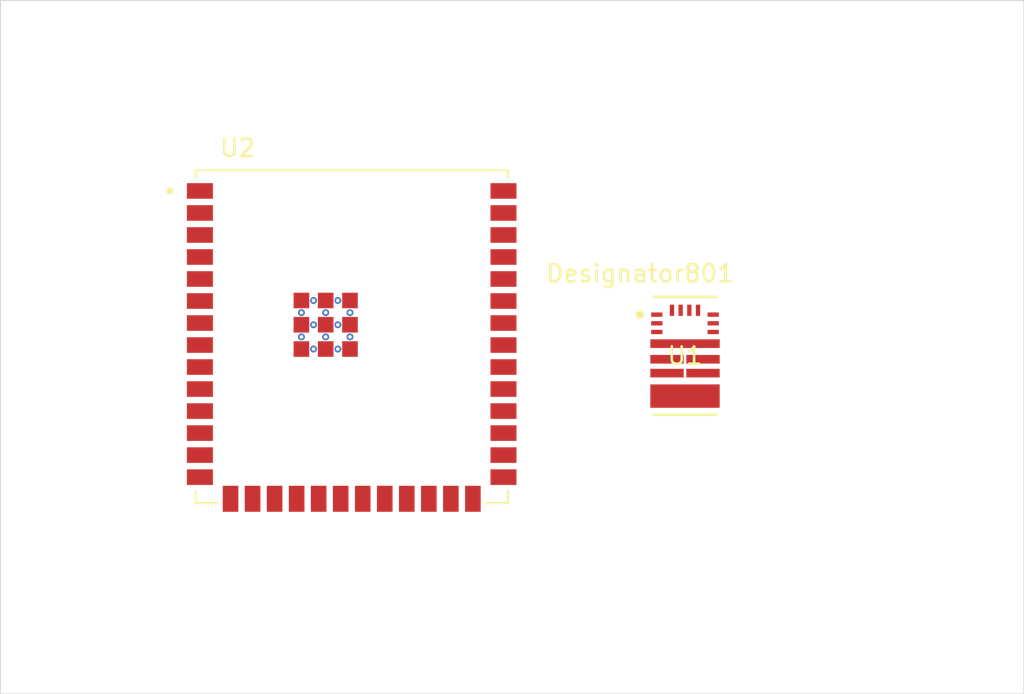
<source format=kicad_pcb>
(kicad_pcb (version 20241229) (generator "pcbnew") (generator_version "9.0")
  (layers (0 "F.Cu" signal) (2 "B.Cu" signal) (13 "F.Paste" user) (15 "B.Paste" user) (5 "F.SilkS" user "F.Silkscreen") (7 "B.SilkS" user "B.Silkscreen") (1 "F.Mask" user) (3 "B.Mask" user) (25 "Edge.Cuts" user))
  (net 0 "")
  (footprint "DRV8245H-Q1:RXZ0016A-MFG" (layer "F.Cu") (at 103.462499 80.999999)
    (property "Reference" "U1" (at 0 0 0) (layer "F.SilkS"))
    (property "Value" "DRV8245HQRXZRQ1")
    (fp_line (start -1.799999 -3.400001) (end 1.799999 -3.400001) (stroke (width 0.15)) (layer "F.SilkS"))
    (fp_line (start -1.799999 3.400001) (end 1.799999 3.400001) (stroke (width 0.15)) (layer "F.SilkS"))
    (fp_circle (center -2.6 -2.374999) (end -2.474999 -2.374999) (stroke (width 0.25)) (fill no) (layer "F.SilkS"))
    (fp_text user "Designator801" (at -2.5908 -4.7498 0) (layer "F.SilkS"))
    (pad "1" smd rect (at -1.625001 -2.374999 90) (size 0.249999 0.650001) (layers "F.Cu" "F.Mask" "F.Paste"))
    (pad "2" smd rect (at -1.625001 -1.875 90) (size 0.249999 0.650001) (layers "F.Cu" "F.Mask" "F.Paste"))
    (pad "3" smd rect (at -1.625001 -1.375001 90) (size 0.249999 0.650001) (layers "F.Cu" "F.Mask" "F.Paste"))
    (pad "4" smd rect (at 0 -0.700001) (size 4 0.499999) (layers "F.Cu"))
    (pad "5" smd rect (at -1.037501 0.2) (size 1.925 0.499999) (layers "F.Cu"))
    (pad "6" smd rect (at -1.037501 1.000001) (size 1.925 0.499999) (layers "F.Cu"))
    (pad "7" smd rect (at 0 2.324999) (size 4 1.35) (layers "F.Cu"))
    (pad "8" smd rect (at 1.037501 1.000001) (size 1.925 0.499999) (layers "F.Cu"))
    (pad "9" smd rect (at 1.037501 0.2) (size 1.925 0.499999) (layers "F.Cu"))
    (pad "10" smd rect (at 1.625001 -1.375001 90) (size 0.249999 0.650001) (layers "F.Cu" "F.Mask" "F.Paste"))
    (pad "11" smd rect (at 1.625001 -1.875 90) (size 0.249999 0.650001) (layers "F.Cu" "F.Mask" "F.Paste"))
    (pad "12" smd rect (at 1.625001 -2.374999 90) (size 0.249999 0.650001) (layers "F.Cu" "F.Mask" "F.Paste"))
    (pad "13" smd rect (at 0.750001 -2.625001) (size 0.249999 0.650001) (layers "F.Cu" "F.Mask" "F.Paste"))
    (pad "14" smd rect (at 0.25 -2.625001) (size 0.249999 0.650001) (layers "F.Cu" "F.Mask" "F.Paste"))
    (pad "15" smd rect (at -0.25 -2.625001) (size 0.249999 0.650001) (layers "F.Cu" "F.Mask" "F.Paste"))
    (pad "16" smd rect (at -0.750001 -2.625001) (size 0.249999 0.650001) (layers "F.Cu" "F.Mask" "F.Paste"))
  )
  (footprint "ESP32-S3-WROOM-N16R8:XCVR_ESP32-S3-WROOM-1U-N16R8" (layer "F.Cu") (at 84.25 79.9)
    (property "Reference" "U2" (at -6.575 -10.885 0) (layer "F.SilkS"))
    (property "Value" "ESP32-S3-WROOM-1U-N16R8")
    (fp_line (start -9 -9.6) (end 9 -9.6) (stroke (width 0.127)) (layer "F.SilkS"))
    (fp_line (start -9 -9.18) (end -9 -9.6) (stroke (width 0.127)) (layer "F.SilkS"))
    (fp_line (start -9 9.6) (end -9 8.87) (stroke (width 0.127)) (layer "F.SilkS"))
    (fp_line (start -7.755 9.6) (end -9 9.6) (stroke (width 0.127)) (layer "F.SilkS"))
    (fp_line (start 9 -9.6) (end 9 -9.18) (stroke (width 0.127)) (layer "F.SilkS"))
    (fp_line (start 9 9.6) (end 7.755 9.6) (stroke (width 0.127)) (layer "F.SilkS"))
    (fp_line (start 9 9.6) (end 9 8.87) (stroke (width 0.127)) (layer "F.SilkS"))
    (fp_circle (center -10.5 -8.41) (end -10.4 -8.41) (stroke (width 0.2)) (fill no) (layer "F.SilkS"))
    (pad "1" smd rect (at -8.75 -8.41) (size 1.5 0.9) (layers "F.Cu" "F.Mask" "F.Paste"))
    (pad "2" smd rect (at -8.75 -7.14) (size 1.5 0.9) (layers "F.Cu" "F.Mask" "F.Paste"))
    (pad "3" smd rect (at -8.75 -5.87) (size 1.5 0.9) (layers "F.Cu" "F.Mask" "F.Paste"))
    (pad "4" smd rect (at -8.75 -4.6) (size 1.5 0.9) (layers "F.Cu" "F.Mask" "F.Paste"))
    (pad "5" smd rect (at -8.75 -3.33) (size 1.5 0.9) (layers "F.Cu" "F.Mask" "F.Paste"))
    (pad "6" smd rect (at -8.75 -2.06) (size 1.5 0.9) (layers "F.Cu" "F.Mask" "F.Paste"))
    (pad "7" smd rect (at -8.75 -0.79) (size 1.5 0.9) (layers "F.Cu" "F.Mask" "F.Paste"))
    (pad "8" smd rect (at -8.75 0.48) (size 1.5 0.9) (layers "F.Cu" "F.Mask" "F.Paste"))
    (pad "9" smd rect (at -8.75 1.75) (size 1.5 0.9) (layers "F.Cu" "F.Mask" "F.Paste"))
    (pad "10" smd rect (at -8.75 3.02) (size 1.5 0.9) (layers "F.Cu" "F.Mask" "F.Paste"))
    (pad "11" smd rect (at -8.75 4.29) (size 1.5 0.9) (layers "F.Cu" "F.Mask" "F.Paste"))
    (pad "12" smd rect (at -8.75 5.56) (size 1.5 0.9) (layers "F.Cu" "F.Mask" "F.Paste"))
    (pad "13" smd rect (at -8.75 6.83) (size 1.5 0.9) (layers "F.Cu" "F.Mask" "F.Paste"))
    (pad "14" smd rect (at -8.75 8.1) (size 1.5 0.9) (layers "F.Cu" "F.Mask" "F.Paste"))
    (pad "15" smd rect (at -6.985 9.35) (size 0.9 1.5) (layers "F.Cu" "F.Mask" "F.Paste"))
    (pad "16" smd rect (at -5.715 9.35) (size 0.9 1.5) (layers "F.Cu" "F.Mask" "F.Paste"))
    (pad "17" smd rect (at -4.445 9.35) (size 0.9 1.5) (layers "F.Cu" "F.Mask" "F.Paste"))
    (pad "18" smd rect (at -3.175 9.35) (size 0.9 1.5) (layers "F.Cu" "F.Mask" "F.Paste"))
    (pad "19" smd rect (at -1.905 9.35) (size 0.9 1.5) (layers "F.Cu" "F.Mask" "F.Paste"))
    (pad "20" smd rect (at -0.635 9.35) (size 0.9 1.5) (layers "F.Cu" "F.Mask" "F.Paste"))
    (pad "21" smd rect (at 0.635 9.35) (size 0.9 1.5) (layers "F.Cu" "F.Mask" "F.Paste"))
    (pad "22" smd rect (at 1.905 9.35) (size 0.9 1.5) (layers "F.Cu" "F.Mask" "F.Paste"))
    (pad "23" smd rect (at 3.175 9.35) (size 0.9 1.5) (layers "F.Cu" "F.Mask" "F.Paste"))
    (pad "24" smd rect (at 4.445 9.35) (size 0.9 1.5) (layers "F.Cu" "F.Mask" "F.Paste"))
    (pad "25" smd rect (at 5.715 9.35) (size 0.9 1.5) (layers "F.Cu" "F.Mask" "F.Paste"))
    (pad "26" smd rect (at 6.985 9.35) (size 0.9 1.5) (layers "F.Cu" "F.Mask" "F.Paste"))
    (pad "27" smd rect (at 8.75 8.1) (size 1.5 0.9) (layers "F.Cu" "F.Mask" "F.Paste"))
    (pad "28" smd rect (at 8.75 6.83) (size 1.5 0.9) (layers "F.Cu" "F.Mask" "F.Paste"))
    (pad "29" smd rect (at 8.75 5.56) (size 1.5 0.9) (layers "F.Cu" "F.Mask" "F.Paste"))
    (pad "30" smd rect (at 8.75 4.29) (size 1.5 0.9) (layers "F.Cu" "F.Mask" "F.Paste"))
    (pad "31" smd rect (at 8.75 3.02) (size 1.5 0.9) (layers "F.Cu" "F.Mask" "F.Paste"))
    (pad "32" smd rect (at 8.75 1.75) (size 1.5 0.9) (layers "F.Cu" "F.Mask" "F.Paste"))
    (pad "33" smd rect (at 8.75 0.48) (size 1.5 0.9) (layers "F.Cu" "F.Mask" "F.Paste"))
    (pad "34" smd rect (at 8.75 -0.79) (size 1.5 0.9) (layers "F.Cu" "F.Mask" "F.Paste"))
    (pad "35" smd rect (at 8.75 -2.06) (size 1.5 0.9) (layers "F.Cu" "F.Mask" "F.Paste"))
    (pad "36" smd rect (at 8.75 -3.33) (size 1.5 0.9) (layers "F.Cu" "F.Mask" "F.Paste"))
    (pad "37" smd rect (at 8.75 -4.6) (size 1.5 0.9) (layers "F.Cu" "F.Mask" "F.Paste"))
    (pad "38" smd rect (at 8.75 -5.87) (size 1.5 0.9) (layers "F.Cu" "F.Mask" "F.Paste"))
    (pad "39" smd rect (at 8.75 -7.14) (size 1.5 0.9) (layers "F.Cu" "F.Mask" "F.Paste"))
    (pad "40" smd rect (at 8.75 -8.41) (size 1.5 0.9) (layers "F.Cu" "F.Mask" "F.Paste"))
    (pad "41_1" smd rect (at -2.9 -2.09) (size 0.9 0.9) (layers "F.Cu" "F.Mask" "F.Paste"))
    (pad "41_2" smd rect (at -1.5 -2.09) (size 0.9 0.9) (layers "F.Cu" "F.Mask" "F.Paste"))
    (pad "41_3" smd rect (at -0.1 -2.09) (size 0.9 0.9) (layers "F.Cu" "F.Mask" "F.Paste"))
    (pad "41_4" smd rect (at -2.9 -0.69) (size 0.9 0.9) (layers "F.Cu" "F.Mask" "F.Paste"))
    (pad "41_5" smd rect (at -1.5 -0.69) (size 0.9 0.9) (layers "F.Cu" "F.Mask" "F.Paste"))
    (pad "41_6" smd rect (at -0.1 -0.69) (size 0.9 0.9) (layers "F.Cu" "F.Mask" "F.Paste"))
    (pad "41_7" smd rect (at -2.9 0.71) (size 0.9 0.9) (layers "F.Cu" "F.Mask" "F.Paste"))
    (pad "41_8" smd rect (at -1.5 0.71) (size 0.9 0.9) (layers "F.Cu" "F.Mask" "F.Paste"))
    (pad "41_9" smd rect (at -0.1 0.71) (size 0.9 0.9) (layers "F.Cu" "F.Mask" "F.Paste"))
    (pad "41_10" thru_hole circle (at -2.2 -2.09) (size 0.4 0.4) (drill 0.2) (layers "*.Cu"))
    (pad "41_11" thru_hole circle (at -0.8 -2.09) (size 0.4 0.4) (drill 0.2) (layers "*.Cu"))
    (pad "41_12" thru_hole circle (at -2.9 -1.39) (size 0.4 0.4) (drill 0.2) (layers "*.Cu"))
    (pad "41_13" thru_hole circle (at -1.5 -1.39) (size 0.4 0.4) (drill 0.2) (layers "*.Cu"))
    (pad "41_14" thru_hole circle (at -0.1 -1.39) (size 0.4 0.4) (drill 0.2) (layers "*.Cu"))
    (pad "41_15" thru_hole circle (at -2.2 -0.69) (size 0.4 0.4) (drill 0.2) (layers "*.Cu"))
    (pad "41_16" thru_hole circle (at -0.8 -0.69) (size 0.4 0.4) (drill 0.2) (layers "*.Cu"))
    (pad "41_17" thru_hole circle (at -2.9 0.01) (size 0.4 0.4) (drill 0.2) (layers "*.Cu"))
    (pad "41_18" thru_hole circle (at -1.5 0.01) (size 0.4 0.4) (drill 0.2) (layers "*.Cu"))
    (pad "41_19" thru_hole circle (at -0.1 0.01) (size 0.4 0.4) (drill 0.2) (layers "*.Cu"))
    (pad "41_20" thru_hole circle (at -2.2 0.71) (size 0.4 0.4) (drill 0.2) (layers "*.Cu"))
    (pad "41_21" thru_hole circle (at -0.8 0.71) (size 0.4 0.4) (drill 0.2) (layers "*.Cu"))
  )
  (gr_rect (start 64 60.5) (end 123 100.5) (stroke (width 0.05)) (fill no) (layer "Edge.Cuts"))
)
</source>
